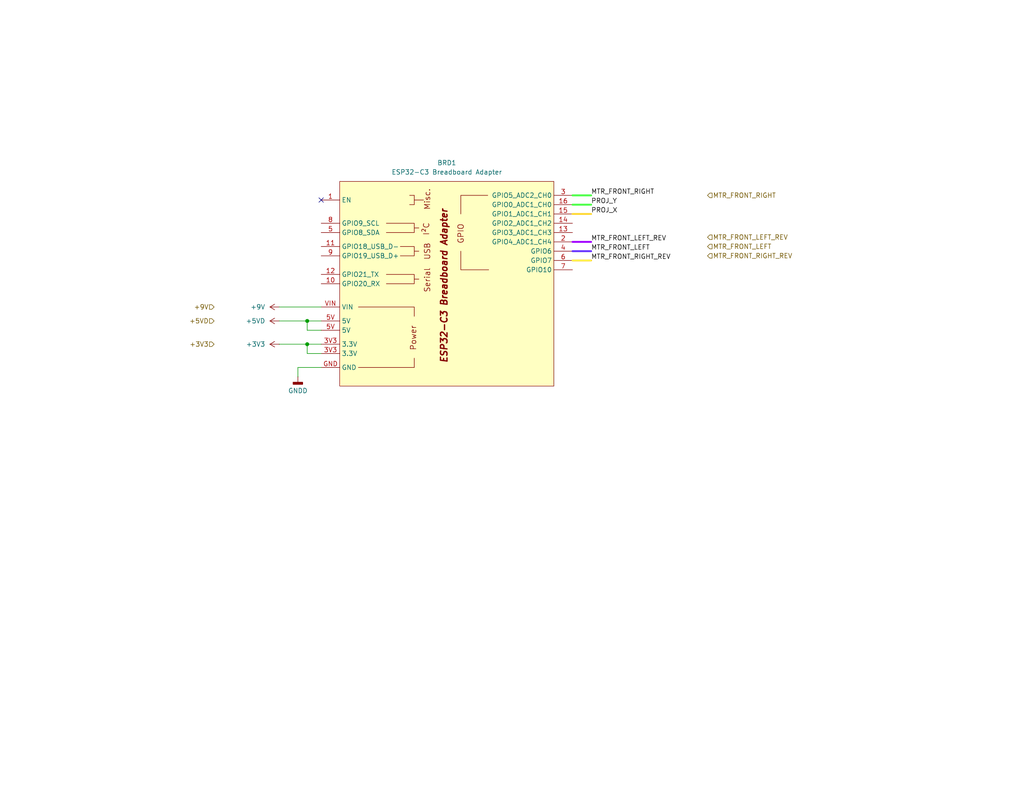
<source format=kicad_sch>
(kicad_sch (version 20250114) (generator "eeschema") (generator_version "9.0")
  (paper "USLetter")
  (title_block (title "RC Model Car (ESP32-C3 & ESP-NOW)") (date "2025-01-01") (rev "2.0.1") (company "Alexander B."))
  (lib_symbols
    (symbol "Alexander Library:ESP32-C3-Breadboard-USB-C" (in_bom no)
      (property "Reference" "BRD" (at 0 -4.572 0))
      (property "Value" "ESP32-C3 Breadboard Adapter" (at 0 -1.524 0))
      (symbol "ESP32-C3-Breadboard-USB-C_0_0"
        (rectangle (start -27.94 -7.62) (end 30.48 -63.5) (fill (type background)))
        (rectangle (start -22.86 -41.91) (end -7.62 -41.91))
        (rectangle (start -22.86 -58.42) (end -7.62 -58.42))
        (polyline (pts (xy -15.24 -19.05) (xy -7.62 -19.05) (xy -7.62 -21.59) (xy -15.24 -21.59)))
        (polyline (pts (xy -15.24 -33.02) (xy -7.62 -33.02) (xy -7.62 -35.56) (xy -15.24 -35.56)))
        (polyline (pts (xy -11.43 -25.4) (xy -7.62 -25.4) (xy -7.62 -27.94) (xy -11.43 -27.94)))
        (rectangle (start -8.89 -11.43) (end -7.62 -11.43))
        (rectangle (start -8.89 -13.97) (end -7.62 -13.97))
        (rectangle (start -7.62 -11.43) (end -7.62 -13.97))
        (rectangle (start -7.62 -12.7) (end -5.08 -12.7))
        (polyline (pts (xy -7.62 -20.32) (xy -6.35 -20.32)))
        (polyline (pts (xy -7.62 -26.67) (xy -6.35 -26.67)))
        (polyline (pts (xy -7.62 -34.29) (xy -6.35 -34.29)))
        (polyline (pts (xy -7.62 -41.91) (xy -7.62 -43.18)))
        (polyline (pts (xy -7.62 -43.18) (xy -7.62 -44.45)))
        (polyline (pts (xy -7.62 -58.42) (xy -7.62 -55.88)))
        (polyline (pts (xy 5.08 -16.51) (xy 5.08 -11.43) (xy 12.446 -11.43)))
        (polyline (pts (xy 5.08 -26.67) (xy 5.08 -31.75) (xy 12.7 -31.75)))
        (text "Power" (at -7.874 -50.292 900) (effects (font (size 1.524 1.524))))
        (text "I²C" (at -4.318 -20.574 900) (effects (font (size 1.524 1.524))))
        (text "Misc." (at -4.064 -12.446 900) (effects (font (size 1.524 1.524))))
        (text "Serial" (at -4.064 -34.544 900) (effects (font (size 1.524 1.524))))
      )
      (symbol "ESP32-C3-Breadboard-USB-C_1_0"
        (text "USB" (at -4.064 -26.67 900) (effects (font (size 1.524 1.524))))
        (text "ESP32-C3 Breadboard Adapter" (at 0.508 -36.068 900) (effects (font (size 1.778 1.778) (bold yes) (italic yes))))
        (text "GPIO" (at 5.08 -21.844 900) (effects (font (size 1.524 1.524))))
      )
      (symbol "ESP32-C3-Breadboard-USB-C_1_1"
        (pin input line (at -33.02 -12.7 0) (length 5.08) (name "EN") (number "1"))
        (pin bidirectional line (at -33.02 -19.05 0) (length 5.08) (name "GPIO9_SCL") (number "8"))
        (pin bidirectional line (at -33.02 -21.59 0) (length 5.08) (name "GPIO8_SDA") (number "5"))
        (pin bidirectional line (at -33.02 -25.4 0) (length 5.08) (name "GPIO18_USB_D-") (number "11"))
        (pin bidirectional line (at -33.02 -27.94 0) (length 5.08) (name "GPIO19_USB_D+") (number "9"))
        (pin bidirectional line (at -33.02 -33.02 0) (length 5.08) (name "GPIO21_TX") (number "12"))
        (pin bidirectional line (at -33.02 -35.56 0) (length 5.08) (name "GPIO20_RX") (number "10"))
        (pin power_in line (at -33.02 -41.91 0) (length 5.08) (name "VIN") (number "VIN"))
        (pin power_out line (at -33.02 -45.72 0) (length 5.08) (name "5V") (number "5V"))
        (pin power_out line (at -33.02 -48.26 0) (length 5.08) (name "5V") (number "5V"))
        (pin power_out line (at -33.02 -52.07 0) (length 5.08) (name "3.3V") (number "3V3"))
        (pin power_out line (at -33.02 -54.61 0) (length 5.08) (name "3.3V") (number "3V3"))
        (pin power_out line (at -33.02 -58.42 0) (length 5.08) (name "GND") (number "GND"))
        (pin bidirectional line (at 35.56 -11.43 180) (length 5.08) (name "GPIO5_ADC2_CH0") (number "3"))
        (pin bidirectional line (at 35.56 -13.97 180) (length 5.08) (name "GPIO0_ADC1_CH0") (number "16"))
        (pin bidirectional line (at 35.56 -16.51 180) (length 5.08) (name "GPIO1_ADC1_CH1") (number "15"))
        (pin bidirectional line (at 35.56 -19.05 180) (length 5.08) (name "GPIO2_ADC1_CH2") (number "14"))
        (pin bidirectional line (at 35.56 -21.59 180) (length 5.08) (name "GPIO3_ADC1_CH3") (number "13"))
        (pin bidirectional line (at 35.56 -24.13 180) (length 5.08) (name "GPIO4_ADC1_CH4") (number "2"))
        (pin bidirectional line (at 35.56 -26.67 180) (length 5.08) (name "GPIO6") (number "4"))
        (pin bidirectional line (at 35.56 -29.21 180) (length 5.08) (name "GPIO7") (number "6"))
        (pin bidirectional line (at 35.56 -31.75 180) (length 5.08) (name "GPIO10") (number "7"))
      )
    )
    (symbol "power:+3V3" (power) (pin_numbers (hide yes)) (pin_names (offset 0) (hide yes))
      (property "Value" "+3V3" (at 0 3.556 0))
      (symbol "+3V3_0_1"
        (polyline (pts (xy -0.762 1.27) (xy 0 2.54)))
        (polyline (pts (xy 0 2.54) (xy 0.762 1.27)))
        (polyline (pts (xy 0 0) (xy 0 2.54)))
      )
      (symbol "+3V3_1_1"
        (pin power_in line (at 0 0 90) (length 0) (name "~") (number "1"))
      )
    )
    (symbol "power:+5VD" (power) (pin_numbers (hide yes)) (pin_names (offset 0) (hide yes))
      (property "Value" "+5VD" (at 0 3.556 0))
      (symbol "+5VD_0_1"
        (polyline (pts (xy -0.762 1.27) (xy 0 2.54)))
        (polyline (pts (xy 0 2.54) (xy 0.762 1.27)))
        (polyline (pts (xy 0 0) (xy 0 2.54)))
      )
      (symbol "+5VD_1_1"
        (pin power_in line (at 0 0 90) (length 0) (name "~") (number "1"))
      )
    )
    (symbol "power:+9V" (power) (pin_numbers (hide yes)) (pin_names (offset 0) (hide yes))
      (property "Value" "+9V" (at 0 3.556 0))
      (symbol "+9V_0_1"
        (polyline (pts (xy -0.762 1.27) (xy 0 2.54)))
        (polyline (pts (xy 0 2.54) (xy 0.762 1.27)))
        (polyline (pts (xy 0 0) (xy 0 2.54)))
      )
      (symbol "+9V_1_1"
        (pin power_in line (at 0 0 90) (length 0) (name "~") (number "1"))
      )
    )
    (symbol "power:GNDD" (power) (pin_numbers (hide yes)) (pin_names (offset 0) (hide yes))
      (property "Value" "GNDD" (at 0 -3.175 0))
      (symbol "GNDD_0_1"
        (rectangle (start -1.27 -1.524) (end 1.27 -2.032) (stroke (width 0.254)) (fill (type outline)))
        (polyline (pts (xy 0 0) (xy 0 -1.524)))
      )
      (symbol "GNDD_1_1"
        (pin power_in line (at 0 0 270) (length 0) (name "~") (number "1"))
      )
    )
  )
  (junction (at 83.82 87.63))
  (junction (at 83.82 93.98))
  (no_connect (at 87.63 54.61))
  (wire (pts (xy 83.82 93.98) (xy 87.63 93.98)))
  (wire (pts (xy 83.82 96.52) (xy 83.82 93.98)))
  (wire (pts (xy 87.63 90.17) (xy 83.82 90.17)))
  (wire (pts (xy 156.21 66.04) (xy 161.29 66.04)) (stroke (width 0.508) (color 161 2 255 1)))
  (wire (pts (xy 156.21 55.88) (xy 161.29 55.88)) (stroke (width 0.508) (color 57 255 53 1)))
  (wire (pts (xy 87.63 96.52) (xy 83.82 96.52)))
  (wire (pts (xy 76.2 87.63) (xy 83.82 87.63)))
  (wire (pts (xy 156.21 58.42) (xy 161.29 58.42)) (stroke (width 0.508) (color 255 216 50 1)))
  (wire (pts (xy 87.63 100.33) (xy 81.28 100.33)))
  (wire (pts (xy 83.82 87.63) (xy 87.63 87.63)))
  (wire (pts (xy 83.82 90.17) (xy 83.82 87.63)))
  (wire (pts (xy 156.21 71.12) (xy 161.29 71.12)) (stroke (width 0.508) (color 255 216 50 1)))
  (wire (pts (xy 76.2 83.82) (xy 87.63 83.82)))
  (wire (pts (xy 81.28 100.33) (xy 81.28 102.87)))
  (wire (pts (xy 156.21 53.34) (xy 161.29 53.34)) (stroke (width 0.508) (color 57 255 53 1)))
  (wire (pts (xy 156.21 68.58) (xy 161.29 68.58)) (stroke (width 0.508) (color 98 45 255 1)))
  (wire (pts (xy 76.2 93.98) (xy 83.82 93.98)))
  (label "MTR_FRONT_RIGHT" (at 161.29 53.34 0))
  (label "MTR_FRONT_LEFT" (at 161.29 68.58 0))
  (label "PROJ_X" (at 161.29 58.42 0))
  (label "PROJ_Y" (at 161.29 55.88 0))
  (label "MTR_FRONT_RIGHT_REV" (at 161.29 71.12 0))
  (label "MTR_FRONT_LEFT_REV" (at 161.29 66.04 0))
  (hierarchical_label "MTR_FRONT_LEFT" (shape input) (at 193.04 67.31 0))
  (hierarchical_label "+5VD" (shape input) (at 58.42 87.63 180))
  (hierarchical_label "+9V" (shape input) (at 58.42 83.82 180))
  (hierarchical_label "MTR_FRONT_RIGHT_REV" (shape input) (at 193.04 69.85 0))
  (hierarchical_label "MTR_FRONT_RIGHT" (shape input) (at 193.04 53.34 0))
  (hierarchical_label "+3V3" (shape input) (at 58.42 93.98 180))
  (hierarchical_label "MTR_FRONT_LEFT_REV" (shape input) (at 193.04 64.77 0))
  (symbol (lib_id "power:GNDD") (at 81.28 102.87 0) (unit 1)
    (property "Reference" "#PWR09" (effects (hide yes)))
    (property "Value" "GNDD" (at 81.28 106.68 0))
    (property "Description" "Power symbol creates a global label with name \"GNDD\" , digital ground" (effects (hide yes)))
  )
  (symbol (lib_id "power:+5VD") (at 76.2 87.63 90) (unit 1)
    (property "Reference" "#PWR015" (effects (hide yes)))
    (property "Value" "+5VD" (at 72.39 87.6299 90) (effects (justify left)))
    (property "Description" "Power symbol creates a global label with name \"+5VD\"" (effects (hide yes)))
  )
  (symbol (lib_id "Alexander Library:ESP32-C3-Breadboard-USB-C") (at 120.65 41.91 0) (unit 1) (in_bom no)
    (property "Reference" "BRD1" (at 121.92 44.45 0))
    (property "Value" "ESP32-C3 Breadboard Adapter" (at 121.92 46.99 0))
    (property "Footprint" "Alexander Footprint Library:ESP32-C3_Breadboard-Adapter" (effects (hide yes)))
    (property "Description" "ESP32-C3 Breadboard Power Adapter with USB-C" (effects (hide yes)))
  )
  (symbol (lib_id "power:+9V") (at 76.2 83.82 90) (unit 1)
    (property "Reference" "#PWR017" (effects (hide yes)))
    (property "Value" "+9V" (at 72.39 83.8199 90) (effects (justify left)))
    (property "Description" "Power symbol creates a global label with name \"+9V\"" (effects (hide yes)))
  )
  (symbol (lib_id "power:+3V3") (at 76.2 93.98 90) (unit 1)
    (property "Reference" "#PWR011" (effects (hide yes)))
    (property "Value" "+3V3" (at 72.39 93.9799 90) (effects (justify left)))
    (property "Description" "Power symbol creates a global label with name \"+3V3\"" (effects (hide yes)))
  )
)
</source>
